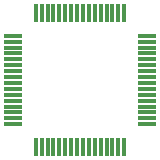
<source format=gbr>
%TF.GenerationSoftware,KiCad,Pcbnew,9.0.6*%
%TF.CreationDate,2026-01-01T00:57:53+05:30*%
%TF.ProjectId,fc,66632e6b-6963-4616-945f-706362585858,rev?*%
%TF.SameCoordinates,Original*%
%TF.FileFunction,Paste,Bot*%
%TF.FilePolarity,Positive*%
%FSLAX46Y46*%
G04 Gerber Fmt 4.6, Leading zero omitted, Abs format (unit mm)*
G04 Created by KiCad (PCBNEW 9.0.6) date 2026-01-01 00:57:53*
%MOMM*%
%LPD*%
G01*
G04 APERTURE LIST*
G04 Aperture macros list*
%AMRoundRect*
0 Rectangle with rounded corners*
0 $1 Rounding radius*
0 $2 $3 $4 $5 $6 $7 $8 $9 X,Y pos of 4 corners*
0 Add a 4 corners polygon primitive as box body*
4,1,4,$2,$3,$4,$5,$6,$7,$8,$9,$2,$3,0*
0 Add four circle primitives for the rounded corners*
1,1,$1+$1,$2,$3*
1,1,$1+$1,$4,$5*
1,1,$1+$1,$6,$7*
1,1,$1+$1,$8,$9*
0 Add four rect primitives between the rounded corners*
20,1,$1+$1,$2,$3,$4,$5,0*
20,1,$1+$1,$4,$5,$6,$7,0*
20,1,$1+$1,$6,$7,$8,$9,0*
20,1,$1+$1,$8,$9,$2,$3,0*%
G04 Aperture macros list end*
%ADD10RoundRect,0.075000X0.700000X0.075000X-0.700000X0.075000X-0.700000X-0.075000X0.700000X-0.075000X0*%
%ADD11RoundRect,0.075000X0.075000X0.700000X-0.075000X0.700000X-0.075000X-0.700000X0.075000X-0.700000X0*%
G04 APERTURE END LIST*
D10*
%TO.C,U6*%
X155515000Y-94880000D03*
X155515000Y-95380000D03*
X155515000Y-95880000D03*
X155515000Y-96380000D03*
X155515000Y-96880000D03*
X155515000Y-97380000D03*
X155515000Y-97880000D03*
X155515000Y-98380000D03*
X155515000Y-98880000D03*
X155515000Y-99380000D03*
X155515000Y-99880000D03*
X155515000Y-100380000D03*
X155515000Y-100880000D03*
X155515000Y-101380000D03*
X155515000Y-101880000D03*
X155515000Y-102380000D03*
D11*
X153590000Y-104305000D03*
X153090000Y-104305000D03*
X152590000Y-104305000D03*
X152090000Y-104305000D03*
X151590000Y-104305000D03*
X151090000Y-104305000D03*
X150590000Y-104305000D03*
X150090000Y-104305000D03*
X149590000Y-104305000D03*
X149090000Y-104305000D03*
X148590000Y-104305000D03*
X148090000Y-104305000D03*
X147590000Y-104305000D03*
X147090000Y-104305000D03*
X146590000Y-104305000D03*
X146090000Y-104305000D03*
D10*
X144165000Y-102380000D03*
X144165000Y-101880000D03*
X144165000Y-101380000D03*
X144165000Y-100880000D03*
X144165000Y-100380000D03*
X144165000Y-99880000D03*
X144165000Y-99380000D03*
X144165000Y-98880000D03*
X144165000Y-98380000D03*
X144165000Y-97880000D03*
X144165000Y-97380000D03*
X144165000Y-96880000D03*
X144165000Y-96380000D03*
X144165000Y-95880000D03*
X144165000Y-95380000D03*
X144165000Y-94880000D03*
D11*
X146090000Y-92955000D03*
X146590000Y-92955000D03*
X147090000Y-92955000D03*
X147590000Y-92955000D03*
X148090000Y-92955000D03*
X148590000Y-92955000D03*
X149090000Y-92955000D03*
X149590000Y-92955000D03*
X150090000Y-92955000D03*
X150590000Y-92955000D03*
X151090000Y-92955000D03*
X151590000Y-92955000D03*
X152090000Y-92955000D03*
X152590000Y-92955000D03*
X153090000Y-92955000D03*
X153590000Y-92955000D03*
%TD*%
M02*

</source>
